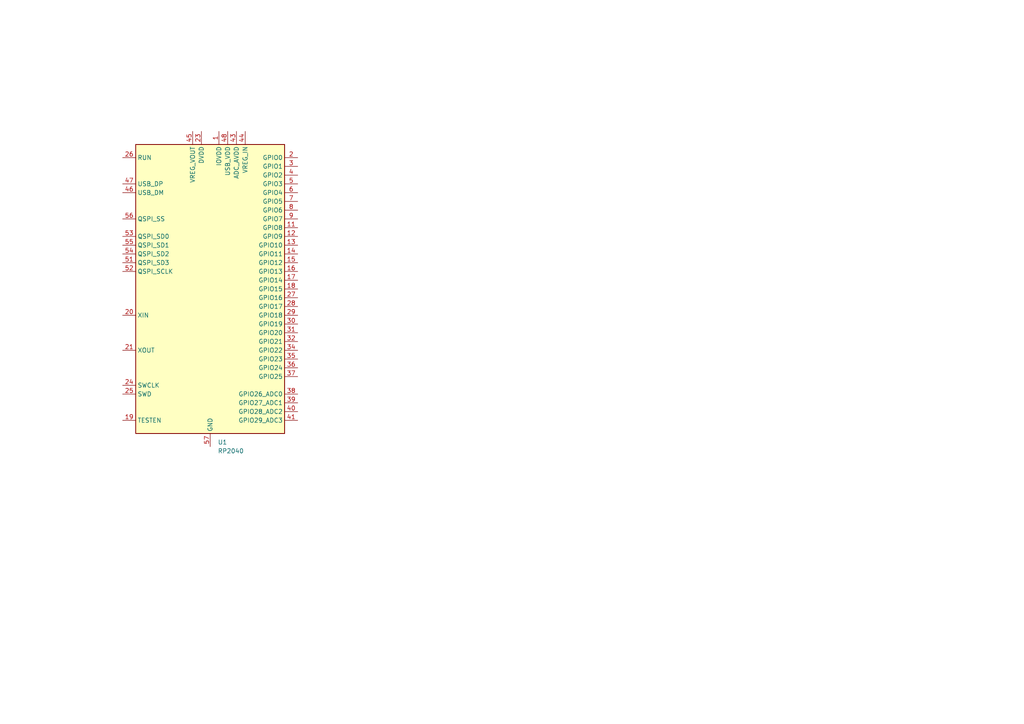
<source format=kicad_sch>
(kicad_sch (version 20230121) (generator eeschema)
  (paper "A4")
  (lib_symbols
    (symbol "MCU_RaspberryPi:RP2040"
      (property "Reference" "U" (at 17.78 45.72 0))
      (property "Value" "RP2040" (at 17.78 43.18 0))
      (symbol "RP2040_0_1"
        (rectangle (start -21.59 41.91) (end 21.59 -41.91) (stroke (width 0.254)) (fill (type background)))
      )
      (symbol "RP2040_1_1"
        (pin power_in line (at 2.54 45.72 270) (length 3.81) (name "IOVDD") (number "1"))
        (pin passive line (at 2.54 45.72 270) (length 3.81) hide (name "IOVDD") (number "10"))
        (pin bidirectional line (at 25.4 17.78 180) (length 3.81) (name "GPIO8") (number "11"))
        (pin bidirectional line (at 25.4 15.24 180) (length 3.81) (name "GPIO9") (number "12"))
        (pin bidirectional line (at 25.4 12.7 180) (length 3.81) (name "GPIO10") (number "13"))
        (pin bidirectional line (at 25.4 10.16 180) (length 3.81) (name "GPIO11") (number "14"))
        (pin bidirectional line (at 25.4 7.62 180) (length 3.81) (name "GPIO12") (number "15"))
        (pin bidirectional line (at 25.4 5.08 180) (length 3.81) (name "GPIO13") (number "16"))
        (pin bidirectional line (at 25.4 2.54 180) (length 3.81) (name "GPIO14") (number "17"))
        (pin bidirectional line (at 25.4 0 180) (length 3.81) (name "GPIO15") (number "18"))
        (pin input line (at -25.4 -38.1 0) (length 3.81) (name "TESTEN") (number "19"))
        (pin bidirectional line (at 25.4 38.1 180) (length 3.81) (name "GPIO0") (number "2"))
        (pin input line (at -25.4 -7.62 0) (length 3.81) (name "XIN") (number "20"))
        (pin passive line (at -25.4 -17.78 0) (length 3.81) (name "XOUT") (number "21"))
        (pin passive line (at 2.54 45.72 270) (length 3.81) hide (name "IOVDD") (number "22"))
        (pin power_in line (at -2.54 45.72 270) (length 3.81) (name "DVDD") (number "23"))
        (pin input line (at -25.4 -27.94 0) (length 3.81) (name "SWCLK") (number "24"))
        (pin bidirectional line (at -25.4 -30.48 0) (length 3.81) (name "SWD") (number "25"))
        (pin input line (at -25.4 38.1 0) (length 3.81) (name "RUN") (number "26"))
        (pin bidirectional line (at 25.4 -2.54 180) (length 3.81) (name "GPIO16") (number "27"))
        (pin bidirectional line (at 25.4 -5.08 180) (length 3.81) (name "GPIO17") (number "28"))
        (pin bidirectional line (at 25.4 -7.62 180) (length 3.81) (name "GPIO18") (number "29"))
        (pin bidirectional line (at 25.4 35.56 180) (length 3.81) (name "GPIO1") (number "3"))
        (pin bidirectional line (at 25.4 -10.16 180) (length 3.81) (name "GPIO19") (number "30"))
        (pin bidirectional line (at 25.4 -12.7 180) (length 3.81) (name "GPIO20") (number "31"))
        (pin bidirectional line (at 25.4 -15.24 180) (length 3.81) (name "GPIO21") (number "32"))
        (pin passive line (at 2.54 45.72 270) (length 3.81) hide (name "IOVDD") (number "33"))
        (pin bidirectional line (at 25.4 -17.78 180) (length 3.81) (name "GPIO22") (number "34"))
        (pin bidirectional line (at 25.4 -20.32 180) (length 3.81) (name "GPIO23") (number "35"))
        (pin bidirectional line (at 25.4 -22.86 180) (length 3.81) (name "GPIO24") (number "36"))
        (pin bidirectional line (at 25.4 -25.4 180) (length 3.81) (name "GPIO25") (number "37"))
        (pin bidirectional line (at 25.4 -30.48 180) (length 3.81) (name "GPIO26_ADC0") (number "38"))
        (pin bidirectional line (at 25.4 -33.02 180) (length 3.81) (name "GPIO27_ADC1") (number "39"))
        (pin bidirectional line (at 25.4 33.02 180) (length 3.81) (name "GPIO2") (number "4"))
        (pin bidirectional line (at 25.4 -35.56 180) (length 3.81) (name "GPIO28_ADC2") (number "40"))
        (pin bidirectional line (at 25.4 -38.1 180) (length 3.81) (name "GPIO29_ADC3") (number "41"))
        (pin passive line (at 2.54 45.72 270) (length 3.81) hide (name "IOVDD") (number "42"))
        (pin power_in line (at 7.62 45.72 270) (length 3.81) (name "ADC_AVDD") (number "43"))
        (pin power_in line (at 10.16 45.72 270) (length 3.81) (name "VREG_IN") (number "44"))
        (pin power_out line (at -5.08 45.72 270) (length 3.81) (name "VREG_VOUT") (number "45"))
        (pin bidirectional line (at -25.4 27.94 0) (length 3.81) (name "USB_DM") (number "46"))
        (pin bidirectional line (at -25.4 30.48 0) (length 3.81) (name "USB_DP") (number "47"))
        (pin power_in line (at 5.08 45.72 270) (length 3.81) (name "USB_VDD") (number "48"))
        (pin passive line (at 2.54 45.72 270) (length 3.81) hide (name "IOVDD") (number "49"))
        (pin bidirectional line (at 25.4 30.48 180) (length 3.81) (name "GPIO3") (number "5"))
        (pin passive line (at -2.54 45.72 270) (length 3.81) hide (name "DVDD") (number "50"))
        (pin bidirectional line (at -25.4 7.62 0) (length 3.81) (name "QSPI_SD3") (number "51"))
        (pin output line (at -25.4 5.08 0) (length 3.81) (name "QSPI_SCLK") (number "52"))
        (pin bidirectional line (at -25.4 15.24 0) (length 3.81) (name "QSPI_SD0") (number "53"))
        (pin bidirectional line (at -25.4 10.16 0) (length 3.81) (name "QSPI_SD2") (number "54"))
        (pin bidirectional line (at -25.4 12.7 0) (length 3.81) (name "QSPI_SD1") (number "55"))
        (pin bidirectional line (at -25.4 20.32 0) (length 3.81) (name "QSPI_SS") (number "56"))
        (pin power_in line (at 0 -45.72 90) (length 3.81) (name "GND") (number "57"))
        (pin bidirectional line (at 25.4 27.94 180) (length 3.81) (name "GPIO4") (number "6"))
        (pin bidirectional line (at 25.4 25.4 180) (length 3.81) (name "GPIO5") (number "7"))
        (pin bidirectional line (at 25.4 22.86 180) (length 3.81) (name "GPIO6") (number "8"))
        (pin bidirectional line (at 25.4 20.32 180) (length 3.81) (name "GPIO7") (number "9"))
      )
    )
  )
  (symbol (lib_id "MCU_RaspberryPi:RP2040") (at 60.96 83.82 0) (unit 1)
    (property "Reference" "U1" (at 63.1541 128.27 0) (effects (justify left)))
    (property "Value" "RP2040" (at 63.1541 130.81 0) (effects (justify left)))
    (property "Footprint" "Package_DFN_QFN:QFN-56-1EP_7x7mm_P0.4mm_EP3.2x3.2mm" (effects hide))
    (property "Datasheet" "https://datasheets.raspberrypi.com/rp2040/rp2040-datasheet.pdf" (effects hide))
  )
)
</source>
